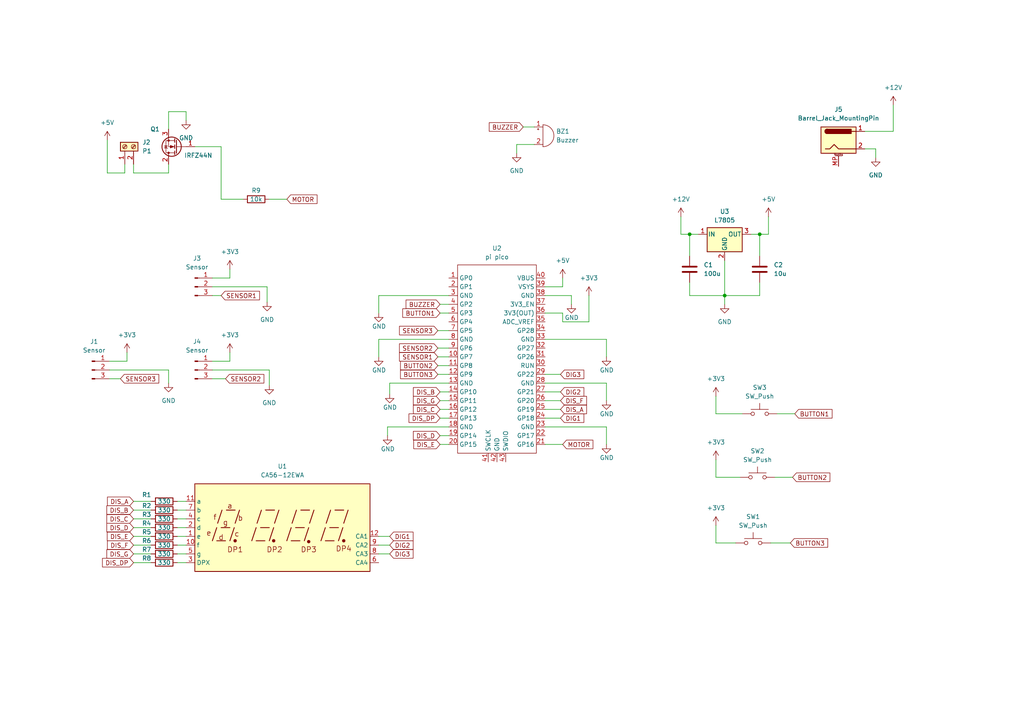
<source format=kicad_sch>
(kicad_sch (version 20211123) (generator eeschema)
  (paper "A4")
  (lib_symbols
    (symbol "Connector:Barrel_Jack_MountingPin" (pin_names hide)
      (property "Reference" "J" (at 0 5.334 0))
      (property "Value" "Barrel_Jack_MountingPin" (at 1.27 -6.35 0))
      (symbol "Barrel_Jack_MountingPin_0_1"
        (rectangle (start -5.08 3.81) (end 5.08 -3.81) (stroke (width 0.254)) (fill (type background)))
        (arc (start -3.302 3.175) (mid -3.937 2.54) (end -3.302 1.905) (stroke (width 0.254)))
        (arc (start -3.302 3.175) (mid -3.937 2.54) (end -3.302 1.905) (stroke (width 0.254)) (fill (type outline)))
        (polyline (pts (xy 5.08 2.54) (xy 3.81 2.54)) (stroke (width 0.254)))
        (polyline (pts (xy -3.81 -2.54) (xy -2.54 -2.54) (xy -1.27 -1.27) (xy 0 -2.54) (xy 2.54 -2.54) (xy 5.08 -2.54)) (stroke (width 0.254)))
        (rectangle (start 3.683 3.175) (end -3.302 1.905) (stroke (width 0.254)) (fill (type outline)))
      )
      (symbol "Barrel_Jack_MountingPin_1_1"
        (polyline (pts (xy -1.016 -4.572) (xy 1.016 -4.572)) (stroke (width 0.1524)))
        (text "Mounting" (at 0 -4.191 0) (effects (font (size 0.381 0.381))))
        (pin passive line (at 7.62 2.54 180) (length 2.54) (name "~") (number "1"))
        (pin passive line (at 7.62 -2.54 180) (length 2.54) (name "~") (number "2"))
        (pin passive line (at 0 -7.62 90) (length 3.048) (name "MountPin") (number "MP"))
      )
    )
    (symbol "Connector:Conn_01x03_Male" (pin_names (offset 1.016) hide)
      (property "Reference" "J" (at 0 5.08 0))
      (property "Value" "Conn_01x03_Male" (at 0 -5.08 0))
      (symbol "Conn_01x03_Male_1_1"
        (polyline (pts (xy 1.27 -2.54) (xy 0.8636 -2.54)) (stroke (width 0.1524)))
        (polyline (pts (xy 1.27 0) (xy 0.8636 0)) (stroke (width 0.1524)))
        (polyline (pts (xy 1.27 2.54) (xy 0.8636 2.54)) (stroke (width 0.1524)))
        (rectangle (start 0.8636 -2.413) (end 0 -2.667) (stroke (width 0.1524)) (fill (type outline)))
        (rectangle (start 0.8636 0.127) (end 0 -0.127) (stroke (width 0.1524)) (fill (type outline)))
        (rectangle (start 0.8636 2.667) (end 0 2.413) (stroke (width 0.1524)) (fill (type outline)))
        (pin passive line (at 5.08 2.54 180) (length 3.81) (name "Pin_1") (number "1"))
        (pin passive line (at 5.08 0 180) (length 3.81) (name "Pin_2") (number "2"))
        (pin passive line (at 5.08 -2.54 180) (length 3.81) (name "Pin_3") (number "3"))
      )
    )
    (symbol "Connector:Screw_Terminal_01x02" (pin_names (offset 1.016) hide)
      (property "Reference" "J" (at 0 2.54 0))
      (property "Value" "Screw_Terminal_01x02" (at 0 -5.08 0))
      (symbol "Screw_Terminal_01x02_1_1"
        (rectangle (start -1.27 1.27) (end 1.27 -3.81) (stroke (width 0.254)) (fill (type background)))
        (circle (center 0 -2.54) (radius 0.635) (stroke (width 0.1524)))
        (polyline (pts (xy -0.5334 -2.2098) (xy 0.3302 -3.048)) (stroke (width 0.1524)))
        (polyline (pts (xy -0.5334 0.3302) (xy 0.3302 -0.508)) (stroke (width 0.1524)))
        (polyline (pts (xy -0.3556 -2.032) (xy 0.508 -2.8702)) (stroke (width 0.1524)))
        (polyline (pts (xy -0.3556 0.508) (xy 0.508 -0.3302)) (stroke (width 0.1524)))
        (circle (center 0 0) (radius 0.635) (stroke (width 0.1524)))
        (pin passive line (at -5.08 0 0) (length 3.81) (name "Pin_1") (number "1"))
        (pin passive line (at -5.08 -2.54 0) (length 3.81) (name "Pin_2") (number "2"))
      )
    )
    (symbol "Device:Buzzer" (pin_names (offset 0.0254) hide)
      (property "Reference" "BZ" (at 3.81 1.27 0))
      (property "Value" "Buzzer" (at 3.81 -1.27 0))
      (symbol "Buzzer_0_1"
        (arc (start 0 -3.175) (mid 3.175 0) (end 0 3.175))
        (polyline (pts (xy -1.651 1.905) (xy -1.143 1.905)))
        (polyline (pts (xy -1.397 2.159) (xy -1.397 1.651)))
        (polyline (pts (xy 0 3.175) (xy 0 -3.175)))
      )
      (symbol "Buzzer_1_1"
        (pin passive line (at -2.54 2.54 0) (length 2.54) (name "-") (number "1"))
        (pin passive line (at -2.54 -2.54 0) (length 2.54) (name "+") (number "2"))
      )
    )
    (symbol "Device:C" (pin_numbers hide) (pin_names (offset 0.254))
      (property "Reference" "C" (at 0.635 2.54 0))
      (property "Value" "C" (at 0.635 -2.54 0))
      (symbol "C_0_1"
        (polyline (pts (xy -2.032 -0.762) (xy 2.032 -0.762)) (stroke (width 0.508)))
        (polyline (pts (xy -2.032 0.762) (xy 2.032 0.762)) (stroke (width 0.508)))
      )
      (symbol "C_1_1"
        (pin passive line (at 0 3.81 270) (length 2.794) (name "~") (number "1"))
        (pin passive line (at 0 -3.81 90) (length 2.794) (name "~") (number "2"))
      )
    )
    (symbol "Device:R" (pin_numbers hide) (pin_names (offset 0))
      (property "Reference" "R" (at 2.032 0 90))
      (property "Value" "R" (at 0 0 90))
      (symbol "R_0_1"
        (rectangle (start -1.016 -2.54) (end 1.016 2.54) (stroke (width 0.254)))
      )
      (symbol "R_1_1"
        (pin passive line (at 0 3.81 270) (length 1.27) (name "~") (number "1"))
        (pin passive line (at 0 -3.81 90) (length 1.27) (name "~") (number "2"))
      )
    )
    (symbol "Display_Character:CA56-12EWA"
      (property "Reference" "U" (at -24.13 13.97 0))
      (property "Value" "CA56-12EWA" (at 19.05 13.97 0))
      (symbol "CA56-12EWA_0_0"
        (rectangle (start -25.4 12.7) (end 25.4 -12.7) (stroke (width 0.254)) (fill (type background)))
        (polyline (pts (xy -20.32 -3.81) (xy -19.05 0)) (stroke (width 0.254)))
        (polyline (pts (xy -19.05 -3.81) (xy -16.51 -3.81)) (stroke (width 0.254)))
        (polyline (pts (xy -18.796 1.27) (xy -17.526 5.08)) (stroke (width 0.254)))
        (polyline (pts (xy -17.78 0) (xy -15.24 0)) (stroke (width 0.254)))
        (polyline (pts (xy -16.256 5.08) (xy -13.716 5.08)) (stroke (width 0.254)))
        (polyline (pts (xy -15.24 -3.81) (xy -13.97 0)) (stroke (width 0.254)))
        (polyline (pts (xy -13.716 1.27) (xy -12.446 5.08)) (stroke (width 0.254)))
        (polyline (pts (xy -8.89 -3.81) (xy -7.62 0)) (stroke (width 0.254)))
        (polyline (pts (xy -7.62 -3.81) (xy -5.08 -3.81)) (stroke (width 0.254)))
        (polyline (pts (xy -7.366 1.27) (xy -6.096 5.08)) (stroke (width 0.254)))
        (polyline (pts (xy -6.35 0) (xy -3.81 0)) (stroke (width 0.254)))
        (polyline (pts (xy -4.826 5.08) (xy -2.286 5.08)) (stroke (width 0.254)))
        (polyline (pts (xy -3.81 -3.81) (xy -2.54 0)) (stroke (width 0.254)))
        (polyline (pts (xy -2.286 1.27) (xy -1.016 5.08)) (stroke (width 0.254)))
        (polyline (pts (xy 1.27 -3.81) (xy 2.54 0)) (stroke (width 0.254)))
        (polyline (pts (xy 2.54 -3.81) (xy 5.08 -3.81)) (stroke (width 0.254)))
        (polyline (pts (xy 2.794 1.27) (xy 4.064 5.08)) (stroke (width 0.254)))
        (polyline (pts (xy 3.81 0) (xy 6.35 0)) (stroke (width 0.254)))
        (polyline (pts (xy 5.334 5.08) (xy 7.874 5.08)) (stroke (width 0.254)))
        (polyline (pts (xy 6.35 -3.81) (xy 7.62 0)) (stroke (width 0.254)))
        (polyline (pts (xy 7.874 1.27) (xy 9.144 5.08)) (stroke (width 0.254)))
        (polyline (pts (xy 11.176 -3.81) (xy 12.446 0)) (stroke (width 0.254)))
        (polyline (pts (xy 12.446 -3.81) (xy 14.986 -3.81)) (stroke (width 0.254)))
        (polyline (pts (xy 12.7 1.27) (xy 13.97 5.08)) (stroke (width 0.254)))
        (polyline (pts (xy 13.716 0) (xy 16.256 0)) (stroke (width 0.254)))
        (polyline (pts (xy 15.24 5.08) (xy 17.78 5.08)) (stroke (width 0.254)))
        (polyline (pts (xy 16.256 -3.81) (xy 17.526 0)) (stroke (width 0.254)))
        (polyline (pts (xy 17.78 1.27) (xy 19.05 5.08)) (stroke (width 0.254)))
        (text "a" (at -15.24 6.35 0) (effects (font (size 1.524 1.524))))
        (text "b" (at -12.192 2.794 0) (effects (font (size 1.524 1.524))))
        (text "c" (at -13.208 -1.778 0) (effects (font (size 1.524 1.524))))
        (text "d" (at -17.78 -2.794 0) (effects (font (size 1.524 1.524))))
        (text "DP1" (at -13.716 -6.35 0) (effects (font (size 1.524 1.524))))
        (text "DP2" (at -2.286 -6.35 0) (effects (font (size 1.524 1.524))))
        (text "DP3" (at 7.62 -6.35 0) (effects (font (size 1.524 1.524))))
        (text "DP4" (at 17.78 -6.096 0) (effects (font (size 1.524 1.524))))
        (text "e" (at -21.336 -1.524 0) (effects (font (size 1.524 1.524))))
        (text "f" (at -19.558 3.048 0) (effects (font (size 1.524 1.524))))
        (text "g" (at -16.51 1.524 0) (effects (font (size 1.524 1.524))))
      )
      (symbol "CA56-12EWA_0_1"
        (circle (center -13.716 -3.81) (radius 0.3556) (stroke (width 0.254)) (fill (type outline)))
        (circle (center -2.54 -3.81) (radius 0.3556) (stroke (width 0.254)) (fill (type outline)))
      )
      (symbol "CA56-12EWA_1_0"
        (circle (center 7.62 -4.064) (radius 0.3556) (stroke (width 0.254)) (fill (type outline)))
        (circle (center 17.78 -3.81) (radius 0.3556) (stroke (width 0.254)) (fill (type outline)))
      )
      (symbol "CA56-12EWA_1_1"
        (pin input line (at -27.94 -2.54 0) (length 2.54) (name "e") (number "1"))
        (pin input line (at -27.94 -5.08 0) (length 2.54) (name "f") (number "10"))
        (pin input line (at -27.94 7.62 0) (length 2.54) (name "a") (number "11"))
        (pin input line (at 27.94 -2.54 180) (length 2.54) (name "CA1") (number "12"))
        (pin input line (at -27.94 0 0) (length 2.54) (name "d") (number "2"))
        (pin input line (at -27.94 -10.16 0) (length 2.54) (name "DPX") (number "3"))
        (pin input line (at -27.94 2.54 0) (length 2.54) (name "c") (number "4"))
        (pin input line (at -27.94 -7.62 0) (length 2.54) (name "g") (number "5"))
        (pin input line (at 27.94 -10.16 180) (length 2.54) (name "CA4") (number "6"))
        (pin input line (at -27.94 5.08 0) (length 2.54) (name "b") (number "7"))
        (pin input line (at 27.94 -7.62 180) (length 2.54) (name "CA3") (number "8"))
        (pin input line (at 27.94 -5.08 180) (length 2.54) (name "CA2") (number "9"))
      )
    )
    (symbol "RaspberryPi:pi pico"
      (property "Reference" "U" (at 6.35 -29.21 0))
      (property "Value" "pi pico" (at 0 25.4 0))
      (symbol "pi pico_0_1"
        (rectangle (start -11.43 26.67) (end 11.43 -27.94))
      )
      (symbol "pi pico_1_1"
        (pin bidirectional line (at -13.97 22.86 0) (length 2.54) (name "GP0") (number "1"))
        (pin bidirectional line (at -13.97 0 0) (length 2.54) (name "GP7") (number "10"))
        (pin bidirectional line (at -13.97 -2.54 0) (length 2.54) (name "GP8") (number "11"))
        (pin bidirectional line (at -13.97 -5.08 0) (length 2.54) (name "GP9") (number "12"))
        (pin power_in line (at -13.97 -7.62 0) (length 2.54) (name "GND") (number "13"))
        (pin bidirectional line (at -13.97 -10.16 0) (length 2.54) (name "GP10") (number "14"))
        (pin bidirectional line (at -13.97 -12.7 0) (length 2.54) (name "GP11") (number "15"))
        (pin bidirectional line (at -13.97 -15.24 0) (length 2.54) (name "GP12") (number "16"))
        (pin bidirectional line (at -13.97 -17.78 0) (length 2.54) (name "GP13") (number "17"))
        (pin power_in line (at -13.97 -20.32 0) (length 2.54) (name "GND") (number "18"))
        (pin bidirectional line (at -13.97 -22.86 0) (length 2.54) (name "GP14") (number "19"))
        (pin bidirectional line (at -13.97 20.32 0) (length 2.54) (name "GP1") (number "2"))
        (pin bidirectional line (at -13.97 -25.4 0) (length 2.54) (name "GP15") (number "20"))
        (pin bidirectional line (at 13.97 -25.4 180) (length 2.54) (name "GP16") (number "21"))
        (pin bidirectional line (at 13.97 -22.86 180) (length 2.54) (name "GP17") (number "22"))
        (pin power_in line (at 13.97 -20.32 180) (length 2.54) (name "GND") (number "23"))
        (pin bidirectional line (at 13.97 -17.78 180) (length 2.54) (name "GP18") (number "24"))
        (pin bidirectional line (at 13.97 -15.24 180) (length 2.54) (name "GP19") (number "25"))
        (pin bidirectional line (at 13.97 -12.7 180) (length 2.54) (name "GP20") (number "26"))
        (pin bidirectional line (at 13.97 -10.16 180) (length 2.54) (name "GP21") (number "27"))
        (pin power_in line (at 13.97 -7.62 180) (length 2.54) (name "GND") (number "28"))
        (pin bidirectional line (at 13.97 -5.08 180) (length 2.54) (name "GP22") (number "29"))
        (pin power_in line (at -13.97 17.78 0) (length 2.54) (name "GND") (number "3"))
        (pin input line (at 13.97 -2.54 180) (length 2.54) (name "RUN") (number "30"))
        (pin bidirectional line (at 13.97 0 180) (length 2.54) (name "GP26") (number "31"))
        (pin bidirectional line (at 13.97 2.54 180) (length 2.54) (name "GP27") (number "32"))
        (pin power_in line (at 13.97 5.08 180) (length 2.54) (name "GND") (number "33"))
        (pin bidirectional line (at 13.97 7.62 180) (length 2.54) (name "GP28") (number "34"))
        (pin input line (at 13.97 10.16 180) (length 2.54) (name "ADC_VREF") (number "35"))
        (pin power_out line (at 13.97 12.7 180) (length 2.54) (name "3V3(OUT)") (number "36"))
        (pin input line (at 13.97 15.24 180) (length 2.54) (name "3V3_EN") (number "37"))
        (pin power_in line (at 13.97 17.78 180) (length 2.54) (name "GND") (number "38"))
        (pin power_out line (at 13.97 20.32 180) (length 2.54) (name "VSYS") (number "39"))
        (pin bidirectional line (at -13.97 15.24 0) (length 2.54) (name "GP2") (number "4"))
        (pin power_out line (at 13.97 22.86 180) (length 2.54) (name "VBUS") (number "40"))
        (pin bidirectional line (at -2.54 -30.48 90) (length 2.54) (name "SWCLK") (number "41"))
        (pin power_in line (at 0 -30.48 90) (length 2.54) (name "GND") (number "42"))
        (pin bidirectional line (at 2.54 -30.48 90) (length 2.54) (name "SWDIO") (number "43"))
        (pin bidirectional line (at -13.97 12.7 0) (length 2.54) (name "GP3") (number "5"))
        (pin bidirectional line (at -13.97 10.16 0) (length 2.54) (name "GP4") (number "6"))
        (pin bidirectional line (at -13.97 7.62 0) (length 2.54) (name "GP5") (number "7"))
        (pin power_in line (at -13.97 5.08 0) (length 2.54) (name "GND") (number "8"))
        (pin bidirectional line (at -13.97 2.54 0) (length 2.54) (name "GP6") (number "9"))
      )
    )
    (symbol "Regulator_Linear:L7805" (pin_names (offset 0.254))
      (property "Reference" "U" (at -3.81 3.175 0))
      (property "Value" "L7805" (at 0 3.175 0))
      (symbol "L7805_0_1"
        (rectangle (start -5.08 1.905) (end 5.08 -5.08) (stroke (width 0.254)) (fill (type background)))
      )
      (symbol "L7805_1_1"
        (pin power_in line (at -7.62 0 0) (length 2.54) (name "IN") (number "1"))
        (pin power_in line (at 0 -7.62 90) (length 2.54) (name "GND") (number "2"))
        (pin power_out line (at 7.62 0 180) (length 2.54) (name "OUT") (number "3"))
      )
    )
    (symbol "Switch:SW_Push" (pin_numbers hide) (pin_names (offset 1.016) hide)
      (property "Reference" "SW" (at 1.27 2.54 0))
      (property "Value" "SW_Push" (at 0 -1.524 0))
      (symbol "SW_Push_0_1"
        (circle (center -2.032 0) (radius 0.508))
        (polyline (pts (xy 0 1.27) (xy 0 3.048)))
        (polyline (pts (xy 2.54 1.27) (xy -2.54 1.27)))
        (circle (center 2.032 0) (radius 0.508))
        (pin passive line (at -5.08 0 0) (length 2.54) (name "1") (number "1"))
        (pin passive line (at 5.08 0 180) (length 2.54) (name "2") (number "2"))
      )
    )
    (symbol "Transistor_FET:IRF540N" (pin_names hide)
      (property "Reference" "Q" (at 6.35 1.905 0))
      (property "Value" "IRF540N" (at 6.35 0 0))
      (symbol "IRF540N_0_1"
        (polyline (pts (xy 0.254 0) (xy -2.54 0)))
        (polyline (pts (xy 0.254 1.905) (xy 0.254 -1.905)) (stroke (width 0.254)))
        (polyline (pts (xy 0.762 -1.27) (xy 0.762 -2.286)) (stroke (width 0.254)))
        (polyline (pts (xy 0.762 0.508) (xy 0.762 -0.508)) (stroke (width 0.254)))
        (polyline (pts (xy 0.762 2.286) (xy 0.762 1.27)) (stroke (width 0.254)))
        (polyline (pts (xy 2.54 2.54) (xy 2.54 1.778)))
        (polyline (pts (xy 2.54 -2.54) (xy 2.54 0) (xy 0.762 0)))
        (polyline (pts (xy 0.762 -1.778) (xy 3.302 -1.778) (xy 3.302 1.778) (xy 0.762 1.778)))
        (polyline (pts (xy 1.016 0) (xy 2.032 0.381) (xy 2.032 -0.381) (xy 1.016 0)) (fill (type outline)))
        (polyline (pts (xy 2.794 0.508) (xy 2.921 0.381) (xy 3.683 0.381) (xy 3.81 0.254)))
        (polyline (pts (xy 3.302 0.381) (xy 2.921 -0.254) (xy 3.683 -0.254) (xy 3.302 0.381)))
        (circle (center 1.651 0) (radius 2.794) (stroke (width 0.254)))
        (circle (center 2.54 -1.778) (radius 0.254) (fill (type outline)))
        (circle (center 2.54 1.778) (radius 0.254) (fill (type outline)))
      )
      (symbol "IRF540N_1_1"
        (pin input line (at -5.08 0 0) (length 2.54) (name "G") (number "1"))
        (pin passive line (at 2.54 5.08 270) (length 2.54) (name "D") (number "2"))
        (pin passive line (at 2.54 -5.08 90) (length 2.54) (name "S") (number "3"))
      )
    )
    (symbol "power:+12V" (power) (pin_names (offset 0))
      (property "Value" "+12V" (at 0 3.556 0))
      (symbol "+12V_0_1"
        (polyline (pts (xy -0.762 1.27) (xy 0 2.54)))
        (polyline (pts (xy 0 0) (xy 0 2.54)))
        (polyline (pts (xy 0 2.54) (xy 0.762 1.27)))
      )
      (symbol "+12V_1_1"
        (pin power_in line (at 0 0 90) (length 0) hide (name "+12V") (number "1"))
      )
    )
    (symbol "power:+3V3" (power) (pin_names (offset 0))
      (property "Value" "+3V3" (at 0 3.556 0))
      (symbol "+3V3_0_1"
        (polyline (pts (xy -0.762 1.27) (xy 0 2.54)))
        (polyline (pts (xy 0 0) (xy 0 2.54)))
        (polyline (pts (xy 0 2.54) (xy 0.762 1.27)))
      )
      (symbol "+3V3_1_1"
        (pin power_in line (at 0 0 90) (length 0) hide (name "+3V3") (number "1"))
      )
    )
    (symbol "power:+5V" (power) (pin_names (offset 0))
      (property "Value" "+5V" (at 0 3.556 0))
      (symbol "+5V_0_1"
        (polyline (pts (xy -0.762 1.27) (xy 0 2.54)))
        (polyline (pts (xy 0 0) (xy 0 2.54)))
        (polyline (pts (xy 0 2.54) (xy 0.762 1.27)))
      )
      (symbol "+5V_1_1"
        (pin power_in line (at 0 0 90) (length 0) hide (name "+5V") (number "1"))
      )
    )
    (symbol "power:GND" (power) (pin_names (offset 0))
      (property "Value" "GND" (at 0 -3.81 0))
      (symbol "GND_0_1"
        (polyline (pts (xy 0 0) (xy 0 -1.27) (xy 1.27 -1.27) (xy 0 -2.54) (xy -1.27 -1.27) (xy 0 -1.27)))
      )
      (symbol "GND_1_1"
        (pin power_in line (at 0 0 270) (length 0) hide (name "GND") (number "1"))
      )
    )
  )
  (junction (at 200.025 67.945))
  (junction (at 220.345 67.945))
  (junction (at 210.185 85.725))
  (wire (pts (xy 64.135 42.545) (xy 64.135 57.785)))
  (wire (pts (xy 158.115 118.745) (xy 162.56 118.745)))
  (wire (pts (xy 53.975 32.385) (xy 53.975 34.925)))
  (wire (pts (xy 38.735 153.035) (xy 43.815 153.035)))
  (wire (pts (xy 109.855 98.425) (xy 130.175 98.425)))
  (wire (pts (xy 51.435 155.575) (xy 53.975 155.575)))
  (wire (pts (xy 165.735 88.265) (xy 165.735 85.725)))
  (wire (pts (xy 38.735 145.415) (xy 43.815 145.415)))
  (wire (pts (xy 217.805 67.945) (xy 220.345 67.945)))
  (wire (pts (xy 127.635 116.205) (xy 130.175 116.205)))
  (wire (pts (xy 113.03 111.125) (xy 113.03 114.3)))
  (wire (pts (xy 207.645 152.4) (xy 207.645 157.48)))
  (wire (pts (xy 158.115 108.585) (xy 162.56 108.585)))
  (wire (pts (xy 31.75 104.775) (xy 36.83 104.775)))
  (wire (pts (xy 127.635 118.745) (xy 130.175 118.745)))
  (wire (pts (xy 61.595 107.315) (xy 78.105 107.315)))
  (wire (pts (xy 31.115 40.64) (xy 31.115 50.165)))
  (wire (pts (xy 158.115 83.185) (xy 163.195 83.185)))
  (wire (pts (xy 48.895 32.385) (xy 53.975 32.385)))
  (wire (pts (xy 127 95.885) (xy 130.175 95.885)))
  (wire (pts (xy 250.825 43.18) (xy 254 43.18)))
  (wire (pts (xy 207.645 138.43) (xy 214.63 138.43)))
  (wire (pts (xy 210.185 85.725) (xy 210.185 75.565)))
  (wire (pts (xy 149.86 41.91) (xy 149.86 44.45)))
  (wire (pts (xy 70.485 57.785) (xy 64.135 57.785)))
  (wire (pts (xy 31.75 109.855) (xy 34.925 109.855)))
  (wire (pts (xy 38.735 150.495) (xy 43.815 150.495)))
  (wire (pts (xy 175.895 128.905) (xy 175.895 123.825)))
  (wire (pts (xy 254 43.18) (xy 254 45.72)))
  (wire (pts (xy 38.735 160.655) (xy 43.815 160.655)))
  (wire (pts (xy 109.855 90.805) (xy 109.855 85.725)))
  (wire (pts (xy 207.645 120.015) (xy 215.265 120.015)))
  (wire (pts (xy 210.185 85.725) (xy 220.345 85.725)))
  (wire (pts (xy 109.855 158.115) (xy 113.03 158.115)))
  (wire (pts (xy 127.635 90.805) (xy 130.175 90.805)))
  (wire (pts (xy 31.115 50.165) (xy 36.195 50.165)))
  (wire (pts (xy 78.105 107.315) (xy 78.105 111.76)))
  (wire (pts (xy 175.895 103.505) (xy 175.895 98.425)))
  (wire (pts (xy 197.485 67.945) (xy 200.025 67.945)))
  (wire (pts (xy 61.595 83.185) (xy 77.47 83.185)))
  (wire (pts (xy 127 103.505) (xy 130.175 103.505)))
  (wire (pts (xy 51.435 145.415) (xy 53.975 145.415)))
  (wire (pts (xy 220.345 67.945) (xy 220.345 74.295)))
  (wire (pts (xy 51.435 147.955) (xy 53.975 147.955)))
  (wire (pts (xy 66.675 80.645) (xy 66.675 78.105)))
  (wire (pts (xy 127.635 121.285) (xy 130.175 121.285)))
  (wire (pts (xy 127.635 88.265) (xy 130.175 88.265)))
  (wire (pts (xy 163.195 80.645) (xy 163.195 83.185)))
  (wire (pts (xy 51.435 150.495) (xy 53.975 150.495)))
  (wire (pts (xy 207.645 157.48) (xy 213.36 157.48)))
  (wire (pts (xy 36.83 104.775) (xy 36.83 102.235)))
  (wire (pts (xy 197.485 62.865) (xy 197.485 67.945)))
  (wire (pts (xy 31.75 107.315) (xy 48.895 107.315)))
  (wire (pts (xy 109.855 160.655) (xy 113.03 160.655)))
  (wire (pts (xy 38.735 163.195) (xy 43.815 163.195)))
  (wire (pts (xy 163.195 90.805) (xy 158.115 90.805)))
  (wire (pts (xy 220.345 81.915) (xy 220.345 85.725)))
  (wire (pts (xy 200.025 81.915) (xy 200.025 85.725)))
  (wire (pts (xy 77.47 83.185) (xy 77.47 87.63)))
  (wire (pts (xy 109.855 155.575) (xy 113.03 155.575)))
  (wire (pts (xy 51.435 158.115) (xy 53.975 158.115)))
  (wire (pts (xy 207.645 133.35) (xy 207.645 138.43)))
  (wire (pts (xy 127 100.965) (xy 130.175 100.965)))
  (wire (pts (xy 113.03 111.125) (xy 130.175 111.125)))
  (wire (pts (xy 51.435 163.195) (xy 53.975 163.195)))
  (wire (pts (xy 48.895 107.315) (xy 48.895 111.125)))
  (wire (pts (xy 112.395 126.365) (xy 112.395 123.825)))
  (wire (pts (xy 38.735 155.575) (xy 43.815 155.575)))
  (wire (pts (xy 224.79 138.43) (xy 229.87 138.43)))
  (wire (pts (xy 127 106.045) (xy 130.175 106.045)))
  (wire (pts (xy 207.645 114.935) (xy 207.645 120.015)))
  (wire (pts (xy 158.115 116.205) (xy 162.56 116.205)))
  (wire (pts (xy 61.595 109.855) (xy 65.405 109.855)))
  (wire (pts (xy 222.885 62.865) (xy 222.885 67.945)))
  (wire (pts (xy 109.855 85.725) (xy 130.175 85.725)))
  (wire (pts (xy 200.025 67.945) (xy 200.025 74.295)))
  (wire (pts (xy 38.735 50.165) (xy 48.895 50.165)))
  (wire (pts (xy 38.735 147.955) (xy 43.815 147.955)))
  (wire (pts (xy 48.895 37.465) (xy 48.895 32.385)))
  (wire (pts (xy 36.195 50.165) (xy 36.195 47.625)))
  (wire (pts (xy 250.825 38.1) (xy 259.08 38.1)))
  (wire (pts (xy 127 108.585) (xy 130.175 108.585)))
  (wire (pts (xy 151.765 36.83) (xy 154.94 36.83)))
  (wire (pts (xy 158.115 128.905) (xy 163.195 128.905)))
  (wire (pts (xy 220.345 67.945) (xy 222.885 67.945)))
  (wire (pts (xy 38.735 158.115) (xy 43.815 158.115)))
  (wire (pts (xy 158.115 85.725) (xy 165.735 85.725)))
  (wire (pts (xy 78.105 57.785) (xy 83.185 57.785)))
  (wire (pts (xy 51.435 160.655) (xy 53.975 160.655)))
  (wire (pts (xy 225.425 120.015) (xy 230.505 120.015)))
  (wire (pts (xy 109.855 103.505) (xy 109.855 98.425)))
  (wire (pts (xy 200.025 85.725) (xy 210.185 85.725)))
  (wire (pts (xy 38.735 47.625) (xy 38.735 50.165)))
  (wire (pts (xy 210.185 85.725) (xy 210.185 88.265)))
  (wire (pts (xy 202.565 67.945) (xy 200.025 67.945)))
  (wire (pts (xy 56.515 42.545) (xy 64.135 42.545)))
  (wire (pts (xy 175.895 116.205) (xy 175.895 111.125)))
  (wire (pts (xy 127.635 128.905) (xy 130.175 128.905)))
  (wire (pts (xy 175.895 98.425) (xy 158.115 98.425)))
  (wire (pts (xy 170.815 85.725) (xy 170.815 93.345)))
  (wire (pts (xy 112.395 123.825) (xy 130.175 123.825)))
  (wire (pts (xy 170.815 93.345) (xy 163.195 93.345)))
  (wire (pts (xy 223.52 157.48) (xy 229.235 157.48)))
  (wire (pts (xy 66.675 104.775) (xy 66.675 102.235)))
  (wire (pts (xy 61.595 85.725) (xy 64.135 85.725)))
  (wire (pts (xy 154.94 41.91) (xy 149.86 41.91)))
  (wire (pts (xy 158.115 113.665) (xy 162.56 113.665)))
  (wire (pts (xy 127.635 113.665) (xy 130.175 113.665)))
  (wire (pts (xy 51.435 153.035) (xy 53.975 153.035)))
  (wire (pts (xy 163.195 93.345) (xy 163.195 90.805)))
  (wire (pts (xy 175.895 111.125) (xy 158.115 111.125)))
  (wire (pts (xy 127.635 126.365) (xy 130.175 126.365)))
  (wire (pts (xy 259.08 38.1) (xy 259.08 30.48)))
  (wire (pts (xy 158.115 121.285) (xy 162.56 121.285)))
  (wire (pts (xy 61.595 104.775) (xy 66.675 104.775)))
  (wire (pts (xy 48.895 50.165) (xy 48.895 47.625)))
  (wire (pts (xy 61.595 80.645) (xy 66.675 80.645)))
  (wire (pts (xy 158.115 123.825) (xy 175.895 123.825)))
  (global_label "DIS_D" (shape input) (at 38.735 153.035 180) (property "Intersheet References" "${INTERSHEET_REFS}" (effects hide)))
  (global_label "BUTTON2" (shape input) (at 127 106.045 180) (property "Intersheet References" "${INTERSHEET_REFS}" (effects hide)))
  (global_label "DIG2" (shape input) (at 162.56 113.665 0) (property "Intersheet References" "${INTERSHEET_REFS}" (effects hide)))
  (global_label "DIG2" (shape input) (at 113.03 158.115 0) (property "Intersheet References" "${INTERSHEET_REFS}" (effects hide)))
  (global_label "DIS_C" (shape input) (at 38.735 150.495 180) (property "Intersheet References" "${INTERSHEET_REFS}" (effects hide)))
  (global_label "BUTTON3" (shape input) (at 229.235 157.48 0) (property "Intersheet References" "${INTERSHEET_REFS}" (effects hide)))
  (global_label "BUZZER" (shape input) (at 151.765 36.83 180) (property "Intersheet References" "${INTERSHEET_REFS}" (effects hide)))
  (global_label "SENSOR1" (shape input) (at 64.135 85.725 0) (property "Intersheet References" "${INTERSHEET_REFS}" (effects hide)))
  (global_label "DIS_A" (shape input) (at 162.56 118.745 0) (property "Intersheet References" "${INTERSHEET_REFS}" (effects hide)))
  (global_label "SENSOR2" (shape input) (at 127 100.965 180) (property "Intersheet References" "${INTERSHEET_REFS}" (effects hide)))
  (global_label "DIS_E" (shape input) (at 127.635 128.905 180) (property "Intersheet References" "${INTERSHEET_REFS}" (effects hide)))
  (global_label "DIS_F" (shape input) (at 38.735 158.115 180) (property "Intersheet References" "${INTERSHEET_REFS}" (effects hide)))
  (global_label "BUTTON1" (shape input) (at 127.635 90.805 180) (property "Intersheet References" "${INTERSHEET_REFS}" (effects hide)))
  (global_label "BUTTON1" (shape input) (at 230.505 120.015 0) (property "Intersheet References" "${INTERSHEET_REFS}" (effects hide)))
  (global_label "DIS_A" (shape input) (at 38.735 145.415 180) (property "Intersheet References" "${INTERSHEET_REFS}" (effects hide)))
  (global_label "DIS_F" (shape input) (at 162.56 116.205 0) (property "Intersheet References" "${INTERSHEET_REFS}" (effects hide)))
  (global_label "SENSOR1" (shape input) (at 127 103.505 180) (property "Intersheet References" "${INTERSHEET_REFS}" (effects hide)))
  (global_label "DIG3" (shape input) (at 113.03 160.655 0) (property "Intersheet References" "${INTERSHEET_REFS}" (effects hide)))
  (global_label "DIG1" (shape input) (at 162.56 121.285 0) (property "Intersheet References" "${INTERSHEET_REFS}" (effects hide)))
  (global_label "BUTTON3" (shape input) (at 127 108.585 180) (property "Intersheet References" "${INTERSHEET_REFS}" (effects hide)))
  (global_label "SENSOR2" (shape input) (at 65.405 109.855 0) (property "Intersheet References" "${INTERSHEET_REFS}" (effects hide)))
  (global_label "SENSOR3" (shape input) (at 34.925 109.855 0) (property "Intersheet References" "${INTERSHEET_REFS}" (effects hide)))
  (global_label "DIS_B" (shape input) (at 127.635 113.665 180) (property "Intersheet References" "${INTERSHEET_REFS}" (effects hide)))
  (global_label "DIS_D" (shape input) (at 127.635 126.365 180) (property "Intersheet References" "${INTERSHEET_REFS}" (effects hide)))
  (global_label "BUZZER" (shape input) (at 127.635 88.265 180) (property "Intersheet References" "${INTERSHEET_REFS}" (effects hide)))
  (global_label "MOTOR" (shape input) (at 163.195 128.905 0) (property "Intersheet References" "${INTERSHEET_REFS}" (effects hide)))
  (global_label "DIS_G" (shape input) (at 127.635 116.205 180) (property "Intersheet References" "${INTERSHEET_REFS}" (effects hide)))
  (global_label "DIG3" (shape input) (at 162.56 108.585 0) (property "Intersheet References" "${INTERSHEET_REFS}" (effects hide)))
  (global_label "DIS_B" (shape input) (at 38.735 147.955 180) (property "Intersheet References" "${INTERSHEET_REFS}" (effects hide)))
  (global_label "MOTOR" (shape input) (at 83.185 57.785 0) (property "Intersheet References" "${INTERSHEET_REFS}" (effects hide)))
  (global_label "DIS_DP" (shape input) (at 38.735 163.195 180) (property "Intersheet References" "${INTERSHEET_REFS}" (effects hide)))
  (global_label "SENSOR3" (shape input) (at 127 95.885 180) (property "Intersheet References" "${INTERSHEET_REFS}" (effects hide)))
  (global_label "DIS_E" (shape input) (at 38.735 155.575 180) (property "Intersheet References" "${INTERSHEET_REFS}" (effects hide)))
  (global_label "DIS_G" (shape input) (at 38.735 160.655 180) (property "Intersheet References" "${INTERSHEET_REFS}" (effects hide)))
  (global_label "DIS_DP" (shape input) (at 127.635 121.285 180) (property "Intersheet References" "${INTERSHEET_REFS}" (effects hide)))
  (global_label "BUTTON2" (shape input) (at 229.87 138.43 0) (property "Intersheet References" "${INTERSHEET_REFS}" (effects hide)))
  (global_label "DIS_C" (shape input) (at 127.635 118.745 180) (property "Intersheet References" "${INTERSHEET_REFS}" (effects hide)))
  (global_label "DIG1" (shape input) (at 113.03 155.575 0) (property "Intersheet References" "${INTERSHEET_REFS}" (effects hide)))
  (symbol (lib_id "Device:R") (at 47.625 158.115 90) (unit 1)
    (property "Reference" "R6" (at 42.545 156.845 90))
    (property "Value" "330" (at 47.625 158.115 90))
    (property "Footprint" "Resistor_SMD:R_1206_3216Metric_Pad1.30x1.75mm_HandSolder" (effects hide))
  )
  (symbol (lib_id "power:GND") (at 109.855 90.805 0) (unit 1)
    (property "Reference" "#PWR09" (effects hide))
    (property "Value" "GND" (at 109.9371 94.6641 0))
  )
  (symbol (lib_id "power:GND") (at 53.975 34.925 0) (unit 1)
    (property "Reference" "#PWR04" (effects hide))
    (property "Value" "GND" (at 53.975 40.005 0))
  )
  (symbol (lib_id "power:GND") (at 149.86 44.45 0) (unit 1)
    (property "Reference" "#PWR013" (effects hide))
    (property "Value" "GND" (at 149.86 49.53 0))
  )
  (symbol (lib_id "Device:R") (at 47.625 160.655 90) (unit 1)
    (property "Reference" "R7" (at 42.545 159.385 90))
    (property "Value" "330" (at 47.625 160.655 90))
    (property "Footprint" "Resistor_SMD:R_1206_3216Metric_Pad1.30x1.75mm_HandSolder" (effects hide))
  )
  (symbol (lib_id "Switch:SW_Push") (at 219.71 138.43 0) (unit 1)
    (property "Reference" "SW2" (at 219.71 130.81 0))
    (property "Value" "SW_Push" (at 219.71 133.35 0))
    (property "Footprint" "Button_Switch_THT:SW_PUSH_6mm_H7.3mm" (effects hide))
  )
  (symbol (lib_id "Switch:SW_Push") (at 220.345 120.015 0) (unit 1)
    (property "Reference" "SW3" (at 220.345 112.395 0))
    (property "Value" "SW_Push" (at 220.345 114.935 0))
    (property "Footprint" "Button_Switch_THT:SW_PUSH_6mm_H7.3mm" (effects hide))
  )
  (symbol (lib_id "Device:Buzzer") (at 157.48 39.37 0) (unit 1)
    (property "Reference" "BZ1" (at 161.29 38.0999 0) (effects (justify left)))
    (property "Value" "Buzzer" (at 161.29 40.6399 0) (effects (justify left)))
    (property "Footprint" "Buzzer_Beeper:Buzzer_12x9.5RM7.6" (effects hide))
  )
  (symbol (lib_id "Device:R") (at 47.625 155.575 90) (unit 1)
    (property "Reference" "R5" (at 42.545 154.305 90))
    (property "Value" "330" (at 47.625 155.575 90))
    (property "Footprint" "Resistor_SMD:R_1206_3216Metric_Pad1.30x1.75mm_HandSolder" (effects hide))
  )
  (symbol (lib_id "power:GND") (at 254 45.72 0) (unit 1)
    (property "Reference" "#PWR026" (effects hide))
    (property "Value" "GND" (at 254 50.8 0))
  )
  (symbol (lib_id "Connector:Conn_01x03_Male") (at 56.515 107.315 0) (unit 1)
    (property "Reference" "J4" (at 57.15 99.06 0))
    (property "Value" "Sensor" (at 57.15 101.6 0))
    (property "Footprint" "Connector_PinHeader_2.54mm:PinHeader_1x03_P2.54mm_Vertical" (effects hide))
  )
  (symbol (lib_id "power:GND") (at 210.185 88.265 0) (unit 1)
    (property "Reference" "#PWR024" (effects hide))
    (property "Value" "GND" (at 210.185 93.345 0))
  )
  (symbol (lib_id "Connector:Barrel_Jack_MountingPin") (at 243.205 40.64 0) (unit 1)
    (property "Reference" "J5" (at 243.205 31.75 0))
    (property "Value" "Barrel_Jack_MountingPin" (at 243.205 34.29 0))
    (property "Footprint" "Connector_BarrelJack:BarrelJack_Horizontal" (effects hide))
  )
  (symbol (lib_id "Device:R") (at 47.625 153.035 90) (unit 1)
    (property "Reference" "R4" (at 42.545 151.765 90))
    (property "Value" "330" (at 47.625 153.035 90))
    (property "Footprint" "Resistor_SMD:R_1206_3216Metric_Pad1.30x1.75mm_HandSolder" (effects hide))
  )
  (symbol (lib_id "power:+5V") (at 31.115 40.64 0) (unit 1)
    (property "Reference" "#PWR0101" (effects hide))
    (property "Value" "+5V" (at 31.115 35.56 0))
  )
  (symbol (lib_id "Device:C") (at 200.025 78.105 0) (unit 1)
    (property "Reference" "C1" (at 204.089 76.8349 0) (effects (justify left)))
    (property "Value" "100u" (at 204.089 79.3749 0) (effects (justify left)))
    (property "Footprint" "Capacitor_THT:C_Disc_D3.0mm_W2.0mm_P2.50mm" (effects hide))
  )
  (symbol (lib_id "Device:R") (at 74.295 57.785 90) (unit 1)
    (property "Reference" "R9" (at 74.295 55.245 90))
    (property "Value" "10k" (at 74.295 57.785 90))
    (property "Footprint" "Resistor_SMD:R_1206_3216Metric_Pad1.30x1.75mm_HandSolder" (effects hide))
  )
  (symbol (lib_id "Device:R") (at 47.625 147.955 90) (unit 1)
    (property "Reference" "R2" (at 42.545 146.685 90))
    (property "Value" "330" (at 47.625 147.955 90))
    (property "Footprint" "Resistor_SMD:R_1206_3216Metric_Pad1.30x1.75mm_HandSolder" (effects hide))
  )
  (symbol (lib_id "Connector:Conn_01x03_Male") (at 56.515 83.185 0) (unit 1)
    (property "Reference" "J3" (at 57.15 74.93 0))
    (property "Value" "Sensor" (at 57.15 77.47 0))
    (property "Footprint" "Connector_PinHeader_2.54mm:PinHeader_1x03_P2.54mm_Vertical" (effects hide))
  )
  (symbol (lib_id "Connector:Conn_01x03_Male") (at 26.67 107.315 0) (unit 1)
    (property "Reference" "J1" (at 27.305 99.06 0))
    (property "Value" "Sensor" (at 27.305 101.6 0))
    (property "Footprint" "Connector_PinHeader_2.54mm:PinHeader_1x03_P2.54mm_Vertical" (effects hide))
  )
  (symbol (lib_id "power:GND") (at 112.395 126.365 0) (unit 1)
    (property "Reference" "#PWR011" (effects hide))
    (property "Value" "GND" (at 112.4771 130.2241 0))
  )
  (symbol (lib_id "power:+12V") (at 197.485 62.865 0) (unit 1)
    (property "Reference" "#PWR020" (effects hide))
    (property "Value" "+12V" (at 197.485 57.785 0))
  )
  (symbol (lib_id "power:+5V") (at 222.885 62.865 0) (unit 1)
    (property "Reference" "#PWR025" (effects hide))
    (property "Value" "+5V" (at 222.885 57.785 0))
  )
  (symbol (lib_id "Device:C") (at 220.345 78.105 0) (unit 1)
    (property "Reference" "C2" (at 224.409 76.8349 0) (effects (justify left)))
    (property "Value" "10u" (at 224.409 79.3749 0) (effects (justify left)))
    (property "Footprint" "Capacitor_THT:C_Disc_D3.0mm_W2.0mm_P2.50mm" (effects hide))
  )
  (symbol (lib_id "power:+3V3") (at 66.675 78.105 0) (unit 1)
    (property "Reference" "#PWR05" (effects hide))
    (property "Value" "+3V3" (at 66.675 73.025 0))
  )
  (symbol (lib_id "power:GND") (at 48.895 111.125 0) (unit 1)
    (property "Reference" "#PWR03" (effects hide))
    (property "Value" "GND" (at 48.895 116.205 0))
  )
  (symbol (lib_id "power:GND") (at 77.47 87.63 0) (unit 1)
    (property "Reference" "#PWR06" (effects hide))
    (property "Value" "GND" (at 77.47 92.71 0))
  )
  (symbol (lib_id "power:+3V3") (at 66.675 102.235 0) (unit 1)
    (property "Reference" "#PWR07" (effects hide))
    (property "Value" "+3V3" (at 66.675 97.155 0))
  )
  (symbol (lib_id "power:GND") (at 165.735 88.265 0) (unit 1)
    (property "Reference" "#PWR015" (effects hide))
    (property "Value" "GND" (at 165.8171 92.1241 0))
  )
  (symbol (lib_id "power:GND") (at 175.895 116.205 0) (unit 1)
    (property "Reference" "#PWR018" (effects hide))
    (property "Value" "GND" (at 175.9771 120.0641 0))
  )
  (symbol (lib_id "Switch:SW_Push") (at 218.44 157.48 0) (unit 1)
    (property "Reference" "SW1" (at 218.44 149.86 0))
    (property "Value" "SW_Push" (at 218.44 152.4 0))
    (property "Footprint" "Button_Switch_THT:SW_PUSH_6mm_H7.3mm" (effects hide))
  )
  (symbol (lib_id "power:GND") (at 175.895 128.905 0) (unit 1)
    (property "Reference" "#PWR019" (effects hide))
    (property "Value" "GND" (at 175.9771 132.7641 0))
  )
  (symbol (lib_id "power:+3V3") (at 207.645 152.4 0) (unit 1)
    (property "Reference" "#PWR023" (effects hide))
    (property "Value" "+3V3" (at 207.645 147.32 0))
  )
  (symbol (lib_id "power:GND") (at 78.105 111.76 0) (unit 1)
    (property "Reference" "#PWR08" (effects hide))
    (property "Value" "GND" (at 78.105 116.84 0))
  )
  (symbol (lib_id "power:+5V") (at 163.195 80.645 0) (unit 1)
    (property "Reference" "#PWR014" (effects hide))
    (property "Value" "+5V" (at 163.195 75.565 0))
  )
  (symbol (lib_id "Device:R") (at 47.625 145.415 90) (unit 1)
    (property "Reference" "R1" (at 42.545 143.51 90))
    (property "Value" "330" (at 47.625 145.415 90))
    (property "Footprint" "Resistor_SMD:R_1206_3216Metric_Pad1.30x1.75mm_HandSolder" (effects hide))
  )
  (symbol (lib_id "power:+12V") (at 259.08 30.48 0) (unit 1)
    (property "Reference" "#PWR027" (effects hide))
    (property "Value" "+12V" (at 259.08 25.4 0))
  )
  (symbol (lib_id "power:+3V3") (at 207.645 114.935 0) (unit 1)
    (property "Reference" "#PWR021" (effects hide))
    (property "Value" "+3V3" (at 207.645 109.855 0))
  )
  (symbol (lib_id "Device:R") (at 47.625 150.495 90) (unit 1)
    (property "Reference" "R3" (at 42.545 149.225 90))
    (property "Value" "330" (at 47.625 150.495 90))
    (property "Footprint" "Resistor_SMD:R_1206_3216Metric_Pad1.30x1.75mm_HandSolder" (effects hide))
  )
  (symbol (lib_id "Display_Character:CA56-12EWA") (at 81.915 153.035 0) (unit 1)
    (property "Reference" "U1" (at 81.915 135.255 0))
    (property "Value" "CA56-12EWA" (at 81.915 137.795 0))
    (property "Footprint" "Display_7Segment:CA56-12EWA" (effects hide))
    (property "Datasheet" "http://www.kingbrightusa.com/images/catalog/SPEC/CA56-12EWA.pdf" (effects hide))
  )
  (symbol (lib_id "RaspberryPi:pi pico") (at 144.145 103.505 0) (unit 1)
    (property "Reference" "U2" (at 144.145 72.009 0))
    (property "Value" "pi pico" (at 144.145 74.549 0))
    (property "Footprint" "RaspberryPi:raspberry pi pico" (effects hide))
  )
  (symbol (lib_id "Connector:Screw_Terminal_01x02") (at 36.195 42.545 90) (unit 1)
    (property "Reference" "J2" (at 41.275 41.2749 90) (effects (justify right)))
    (property "Value" "P1" (at 41.275 43.8149 90) (effects (justify right)))
    (property "Footprint" "TerminalBlock_Phoenix:TerminalBlock_Phoenix_MKDS-1,5-2-5.08_1x02_P5.08mm_Horizontal" (effects hide))
  )
  (symbol (lib_id "power:GND") (at 113.03 114.3 0) (unit 1)
    (property "Reference" "#PWR012" (effects hide))
    (property "Value" "GND" (at 113.1121 118.1591 0))
  )
  (symbol (lib_id "Device:R") (at 47.625 163.195 90) (unit 1)
    (property "Reference" "R8" (at 42.545 161.925 90))
    (property "Value" "330" (at 47.625 163.195 90))
    (property "Footprint" "Resistor_SMD:R_1206_3216Metric_Pad1.30x1.75mm_HandSolder" (effects hide))
  )
  (symbol (lib_id "power:GND") (at 109.855 103.505 0) (unit 1)
    (property "Reference" "#PWR010" (effects hide))
    (property "Value" "GND" (at 109.9371 107.3641 0))
  )
  (symbol (lib_id "power:+3V3") (at 170.815 85.725 0) (unit 1)
    (property "Reference" "#PWR016" (effects hide))
    (property "Value" "+3V3" (at 170.815 80.645 0))
  )
  (symbol (lib_id "power:+3V3") (at 207.645 133.35 0) (unit 1)
    (property "Reference" "#PWR022" (effects hide))
    (property "Value" "+3V3" (at 207.645 128.27 0))
  )
  (symbol (lib_id "Transistor_FET:IRF540N") (at 51.435 42.545 180) (unit 1)
    (property "Reference" "Q1" (at 46.355 37.465 0) (effects (justify left)))
    (property "Value" "IRFZ44N" (at 61.595 45.085 0) (effects (justify left)))
    (property "Footprint" "Package_TO_SOT_THT:TO-220-3_Vertical" (effects hide))
    (property "Datasheet" "http://www.irf.com/product-info/datasheets/data/irf540n.pdf" (effects hide))
  )
  (symbol (lib_id "power:+3V3") (at 36.83 102.235 0) (unit 1)
    (property "Reference" "#PWR02" (effects hide))
    (property "Value" "+3V3" (at 36.83 97.155 0))
  )
  (symbol (lib_id "Regulator_Linear:L7805") (at 210.185 67.945 0) (unit 1)
    (property "Reference" "U3" (at 210.185 61.341 0))
    (property "Value" "L7805" (at 210.185 63.881 0))
    (property "Footprint" "Package_TO_SOT_THT:TO-220-3_Vertical" (effects hide))
    (property "Datasheet" "http://www.st.com/content/ccc/resource/technical/document/datasheet/41/4f/b3/b0/12/d4/47/88/CD00000444.pdf/files/CD00000444.pdf/jcr:content/translations/en.CD00000444.pdf" (effects hide))
  )
  (symbol (lib_id "power:GND") (at 175.895 103.505 0) (unit 1)
    (property "Reference" "#PWR017" (effects hide))
    (property "Value" "GND" (at 175.9771 107.3641 0))
  )
)
</source>
